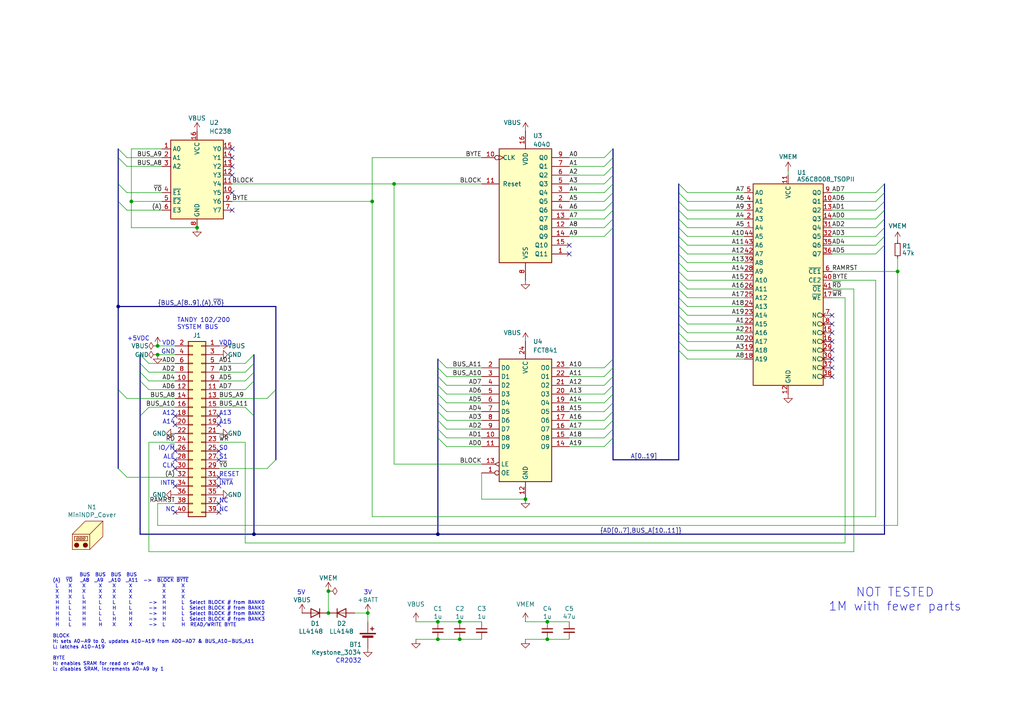
<source format=kicad_sch>
(kicad_sch (version 20231120) (generator "eeschema") (generator_version "8.0")
  (paper "A4")
  (title_block (title "MiniNDP 1M") (date "2024-11-28") (rev "C02") (company "Brian K. White - b.kenyon.w@gmail.com") (comment 1 "github.com/bkw777/NODE_DATAPAC") (comment 2 "Use with RAM100.CO or RAM200.CO") (comment 3 "Work-alike of NODE Systems DATAPAC / RAMPAC"))
  (lib_symbols
    (symbol "000_LOCAL:4040" (pin_names (offset 1.016))
      (property "Reference" "U" (at -7.62 16.51 0))
      (property "Value" "4040" (at -7.62 -19.05 0))
      (symbol "4040_1_0"
        (pin output line (at 12.7 -15.24 180) (length 5.08) (name "Q11") (number "1"))
        (pin input inverted_clock (at -12.7 12.7 0) (length 5.08) (name "CLK") (number "10"))
        (pin input line (at -12.7 5.08 0) (length 5.08) (name "Reset") (number "11"))
        (pin output line (at 12.7 -7.62 180) (length 5.08) (name "Q8") (number "12"))
        (pin output line (at 12.7 -5.08 180) (length 5.08) (name "Q7") (number "13"))
        (pin output line (at 12.7 -10.16 180) (length 5.08) (name "Q9") (number "14"))
        (pin output line (at 12.7 -12.7 180) (length 5.08) (name "Q10") (number "15"))
        (pin power_in line (at 0 20.32 270) (length 5.08) (name "VDD") (number "16"))
        (pin output line (at 12.7 0 180) (length 5.08) (name "Q5") (number "2"))
        (pin output line (at 12.7 2.54 180) (length 5.08) (name "Q4") (number "3"))
        (pin output line (at 12.7 -2.54 180) (length 5.08) (name "Q6") (number "4"))
        (pin output line (at 12.7 5.08 180) (length 5.08) (name "Q3") (number "5"))
        (pin output line (at 12.7 7.62 180) (length 5.08) (name "Q2") (number "6"))
        (pin output line (at 12.7 10.16 180) (length 5.08) (name "Q1") (number "7"))
        (pin power_in line (at 0 -22.86 90) (length 5.08) (name "VSS") (number "8"))
        (pin output line (at 12.7 12.7 180) (length 5.08) (name "Q0") (number "9"))
      )
    )
    (symbol "000_LOCAL:AS6C8008_TSOPII"
      (property "Reference" "U" (at -10.16 23.495 0))
      (property "Value" "AS6C8008_TSOPII" (at 2.54 23.495 0))
      (symbol "AS6C8008_TSOPII_1_0"
        (pin power_in line (at 0 25.4 270) (length 2.54) (name "VCC") (number "11"))
        (pin power_in line (at 0 -38.1 90) (length 2.54) (name "GND") (number "12"))
        (pin passive line (at 0 25.4 270) (length 2.54) hide (name "VCC") (number "33"))
        (pin passive line (at 0 -38.1 90) (length 2.54) hide (name "GND") (number "34"))
      )
      (symbol "AS6C8008_TSOPII_1_1"
        (pin input line (at -12.7 10.16 0) (length 2.54) (name "A4") (number "1"))
        (pin tri_state line (at 12.7 17.78 180) (length 2.54) (name "Q1") (number "10"))
        (pin tri_state line (at 12.7 15.24 180) (length 2.54) (name "Q2") (number "13"))
        (pin tri_state line (at 12.7 12.7 180) (length 2.54) (name "Q3") (number "14"))
        (pin passive non_logic (at 12.7 -20.32 180) (length 2.54) (name "NC") (number "15"))
        (pin passive non_logic (at 12.7 -22.86 180) (length 2.54) (name "NC") (number "16"))
        (pin input line (at 12.7 -10.16 180) (length 2.54) (name "~{WE}") (number "17"))
        (pin input line (at -12.7 -27.94 0) (length 2.54) (name "A19") (number "18"))
        (pin input line (at -12.7 -25.4 0) (length 2.54) (name "A18") (number "19"))
        (pin input line (at -12.7 12.7 0) (length 2.54) (name "A3") (number "2"))
        (pin input line (at -12.7 -22.86 0) (length 2.54) (name "A17") (number "20"))
        (pin input line (at -12.7 -20.32 0) (length 2.54) (name "A16") (number "21"))
        (pin input line (at -12.7 -17.78 0) (length 2.54) (name "A15") (number "22"))
        (pin input line (at -12.7 -15.24 0) (length 2.54) (name "A14") (number "23"))
        (pin input line (at -12.7 -12.7 0) (length 2.54) (name "A13") (number "24"))
        (pin input line (at -12.7 -10.16 0) (length 2.54) (name "A12") (number "25"))
        (pin input line (at -12.7 -7.62 0) (length 2.54) (name "A11") (number "26"))
        (pin input line (at -12.7 -5.08 0) (length 2.54) (name "A10") (number "27"))
        (pin input line (at -12.7 -2.54 0) (length 2.54) (name "A9") (number "28"))
        (pin passive non_logic (at 12.7 -25.4 180) (length 2.54) (name "NC") (number "29"))
        (pin input line (at -12.7 15.24 0) (length 2.54) (name "A2") (number "3"))
        (pin passive non_logic (at 12.7 -27.94 180) (length 2.54) (name "NC") (number "30"))
        (pin tri_state line (at 12.7 10.16 180) (length 2.54) (name "Q4") (number "31"))
        (pin tri_state line (at 12.7 7.62 180) (length 2.54) (name "Q5") (number "32"))
        (pin tri_state line (at 12.7 5.08 180) (length 2.54) (name "Q6") (number "35"))
        (pin tri_state line (at 12.7 2.54 180) (length 2.54) (name "Q7") (number "36"))
        (pin passive non_logic (at 12.7 -30.48 180) (length 2.54) (name "NC") (number "37"))
        (pin passive non_logic (at 12.7 -33.02 180) (length 2.54) (name "NC") (number "38"))
        (pin input line (at -12.7 0 0) (length 2.54) (name "A8") (number "39"))
        (pin input line (at -12.7 17.78 0) (length 2.54) (name "A1") (number "4"))
        (pin input line (at 12.7 -5.08 180) (length 2.54) (name "CE2") (number "40"))
        (pin input line (at 12.7 -7.62 180) (length 2.54) (name "~{OE}") (number "41"))
        (pin input line (at -12.7 2.54 0) (length 2.54) (name "A7") (number "42"))
        (pin input line (at -12.7 5.08 0) (length 2.54) (name "A6") (number "43"))
        (pin input line (at -12.7 7.62 0) (length 2.54) (name "A5") (number "44"))
        (pin input line (at -12.7 20.32 0) (length 2.54) (name "A0") (number "5"))
        (pin input line (at 12.7 -2.54 180) (length 2.54) (name "~{CE1}") (number "6"))
        (pin passive non_logic (at 12.7 -15.24 180) (length 2.54) (name "NC") (number "7"))
        (pin passive non_logic (at 12.7 -17.78 180) (length 2.54) (name "NC") (number "8"))
        (pin tri_state line (at 12.7 20.32 180) (length 2.54) (name "Q0") (number "9"))
      )
    )
    (symbol "000_LOCAL:Battery_Cell" (pin_numbers hide) (pin_names (offset 0) hide)
      (property "Reference" "BT" (at 2.54 2.54 0))
      (property "Value" "Battery_Cell" (at 2.54 0 0))
      (symbol "Battery_Cell_1_1"
        (pin passive line (at 0 5.08 270) (length 2.54) (name "+") (number "1"))
        (pin passive line (at 0 -2.54 90) (length 2.54) (name "-") (number "2"))
      )
    )
    (symbol "000_LOCAL:C" (pin_numbers hide) (pin_names (offset 0.254) hide)
      (property "Reference" "C" (at 0.254 1.778 0))
      (property "Value" "C" (at 0.254 -2.032 0))
      (symbol "C_1_1"
        (pin passive line (at 0 2.54 270) (length 2.032) (name "~") (number "1"))
        (pin passive line (at 0 -2.54 90) (length 2.032) (name "~") (number "2"))
      )
    )
    (symbol "000_LOCAL:Conn_02x20_Odd_Even" (pin_names (offset 1.016) hide)
      (property "Reference" "J" (at 1.27 25.4 0))
      (property "Value" "Conn_02x20_Odd_Even" (at 1.27 -27.94 0))
      (symbol "Conn_02x20_Odd_Even_1_1"
        (pin passive line (at -5.08 22.86 0) (length 3.81) (name "Pin_1") (number "1"))
        (pin passive line (at 7.62 12.7 180) (length 3.81) (name "Pin_10") (number "10"))
        (pin passive line (at -5.08 10.16 0) (length 3.81) (name "Pin_11") (number "11"))
        (pin passive line (at 7.62 10.16 180) (length 3.81) (name "Pin_12") (number "12"))
        (pin passive line (at -5.08 7.62 0) (length 3.81) (name "Pin_13") (number "13"))
        (pin passive line (at 7.62 7.62 180) (length 3.81) (name "Pin_14") (number "14"))
        (pin passive line (at -5.08 5.08 0) (length 3.81) (name "Pin_15") (number "15"))
        (pin passive line (at 7.62 5.08 180) (length 3.81) (name "Pin_16") (number "16"))
        (pin passive line (at -5.08 2.54 0) (length 3.81) (name "Pin_17") (number "17"))
        (pin passive line (at 7.62 2.54 180) (length 3.81) (name "Pin_18") (number "18"))
        (pin passive line (at -5.08 0 0) (length 3.81) (name "Pin_19") (number "19"))
        (pin passive line (at 7.62 22.86 180) (length 3.81) (name "Pin_2") (number "2"))
        (pin passive line (at 7.62 0 180) (length 3.81) (name "Pin_20") (number "20"))
        (pin passive line (at -5.08 -2.54 0) (length 3.81) (name "Pin_21") (number "21"))
        (pin passive line (at 7.62 -2.54 180) (length 3.81) (name "Pin_22") (number "22"))
        (pin passive line (at -5.08 -5.08 0) (length 3.81) (name "Pin_23") (number "23"))
        (pin passive line (at 7.62 -5.08 180) (length 3.81) (name "Pin_24") (number "24"))
        (pin passive line (at -5.08 -7.62 0) (length 3.81) (name "Pin_25") (number "25"))
        (pin passive line (at 7.62 -7.62 180) (length 3.81) (name "Pin_26") (number "26"))
        (pin passive line (at -5.08 -10.16 0) (length 3.81) (name "Pin_27") (number "27"))
        (pin passive line (at 7.62 -10.16 180) (length 3.81) (name "Pin_28") (number "28"))
        (pin passive line (at -5.08 -12.7 0) (length 3.81) (name "Pin_29") (number "29"))
        (pin passive line (at -5.08 20.32 0) (length 3.81) (name "Pin_3") (number "3"))
        (pin passive line (at 7.62 -12.7 180) (length 3.81) (name "Pin_30") (number "30"))
        (pin passive line (at -5.08 -15.24 0) (length 3.81) (name "Pin_31") (number "31"))
        (pin passive line (at 7.62 -15.24 180) (length 3.81) (name "Pin_32") (number "32"))
        (pin passive line (at -5.08 -17.78 0) (length 3.81) (name "Pin_33") (number "33"))
        (pin passive line (at 7.62 -17.78 180) (length 3.81) (name "Pin_34") (number "34"))
        (pin passive line (at -5.08 -20.32 0) (length 3.81) (name "Pin_35") (number "35"))
        (pin passive line (at 7.62 -20.32 180) (length 3.81) (name "Pin_36") (number "36"))
        (pin passive line (at -5.08 -22.86 0) (length 3.81) (name "Pin_37") (number "37"))
        (pin passive line (at 7.62 -22.86 180) (length 3.81) (name "Pin_38") (number "38"))
        (pin passive line (at -5.08 -25.4 0) (length 3.81) (name "Pin_39") (number "39"))
        (pin passive line (at 7.62 20.32 180) (length 3.81) (name "Pin_4") (number "4"))
        (pin passive line (at 7.62 -25.4 180) (length 3.81) (name "Pin_40") (number "40"))
        (pin passive line (at -5.08 17.78 0) (length 3.81) (name "Pin_5") (number "5"))
        (pin passive line (at 7.62 17.78 180) (length 3.81) (name "Pin_6") (number "6"))
        (pin passive line (at -5.08 15.24 0) (length 3.81) (name "Pin_7") (number "7"))
        (pin passive line (at 7.62 15.24 180) (length 3.81) (name "Pin_8") (number "8"))
        (pin passive line (at -5.08 12.7 0) (length 3.81) (name "Pin_9") (number "9"))
      )
    )
    (symbol "000_LOCAL:FCT841"
      (property "Reference" "U" (at -6.604 17.526 0))
      (property "Value" "FCT841" (at 5.334 17.526 0))
      (symbol "FCT841_1_0"
        (pin input inverted (at -12.7 -17.78 0) (length 5.08) (name "OE") (number "1"))
        (pin input line (at -12.7 -7.62 0) (length 5.08) (name "D8") (number "10"))
        (pin input line (at -12.7 -10.16 0) (length 5.08) (name "D9") (number "11"))
        (pin power_in line (at 0 -25.4 90) (length 5.08) (name "GND") (number "12"))
        (pin input edge_clock_high (at -12.7 -15.24 0) (length 5.08) (name "LE") (number "13"))
        (pin tri_state line (at 12.7 -10.16 180) (length 5.08) (name "O9") (number "14"))
        (pin tri_state line (at 12.7 -7.62 180) (length 5.08) (name "O8") (number "15"))
        (pin tri_state line (at 12.7 -5.08 180) (length 5.08) (name "O7") (number "16"))
        (pin tri_state line (at 12.7 -2.54 180) (length 5.08) (name "O6") (number "17"))
        (pin tri_state line (at 12.7 0 180) (length 5.08) (name "O5") (number "18"))
        (pin tri_state line (at 12.7 2.54 180) (length 5.08) (name "O4") (number "19"))
        (pin input line (at -12.7 12.7 0) (length 5.08) (name "D0") (number "2"))
        (pin tri_state line (at 12.7 5.08 180) (length 5.08) (name "O3") (number "20"))
        (pin tri_state line (at 12.7 7.62 180) (length 5.08) (name "O2") (number "21"))
        (pin tri_state line (at 12.7 10.16 180) (length 5.08) (name "O1") (number "22"))
        (pin tri_state line (at 12.7 12.7 180) (length 5.08) (name "O0") (number "23"))
        (pin power_in line (at 0 20.32 270) (length 5.08) (name "VCC") (number "24"))
        (pin input line (at -12.7 10.16 0) (length 5.08) (name "D1") (number "3"))
        (pin input line (at -12.7 7.62 0) (length 5.08) (name "D2") (number "4"))
        (pin input line (at -12.7 5.08 0) (length 5.08) (name "D3") (number "5"))
        (pin input line (at -12.7 2.54 0) (length 5.08) (name "D4") (number "6"))
        (pin input line (at -12.7 0 0) (length 5.08) (name "D5") (number "7"))
        (pin input line (at -12.7 -2.54 0) (length 5.08) (name "D6") (number "8"))
        (pin input line (at -12.7 -5.08 0) (length 5.08) (name "D7") (number "9"))
      )
    )
    (symbol "000_LOCAL:HC238"
      (property "Reference" "U" (at -7.62 13.97 0))
      (property "Value" "HC238" (at 2.54 -11.43 0))
      (symbol "HC238_1_1"
        (pin input line (at -10.16 10.16 0) (length 2.54) (name "A0") (number "1"))
        (pin output line (at 10.16 -2.54 180) (length 2.54) (name "Y5") (number "10"))
        (pin output line (at 10.16 0 180) (length 2.54) (name "Y4") (number "11"))
        (pin output line (at 10.16 2.54 180) (length 2.54) (name "Y3") (number "12"))
        (pin output line (at 10.16 5.08 180) (length 2.54) (name "Y2") (number "13"))
        (pin output line (at 10.16 7.62 180) (length 2.54) (name "Y1") (number "14"))
        (pin output line (at 10.16 10.16 180) (length 2.54) (name "Y0") (number "15"))
        (pin power_in line (at 0 15.24 270) (length 2.54) (name "VCC") (number "16"))
        (pin input line (at -10.16 7.62 0) (length 2.54) (name "A1") (number "2"))
        (pin input line (at -10.16 5.08 0) (length 2.54) (name "A2") (number "3"))
        (pin input line (at -10.16 -2.54 0) (length 2.54) (name "~{E1}") (number "4"))
        (pin input line (at -10.16 -5.08 0) (length 2.54) (name "~{E2}") (number "5"))
        (pin input line (at -10.16 -7.62 0) (length 2.54) (name "E3") (number "6"))
        (pin output line (at 10.16 -7.62 180) (length 2.54) (name "Y7") (number "7"))
        (pin power_in line (at 0 -12.7 90) (length 2.54) (name "GND") (number "8"))
        (pin output line (at 10.16 -5.08 180) (length 2.54) (name "Y6") (number "9"))
      )
    )
    (symbol "000_LOCAL:Housing" (pin_names (offset 1.016)) (exclude_from_sim yes)
      (property "Reference" "N" (at 3.81 0 0))
      (property "Value" "Housing" (at 3.81 -1.905 0))
    )
    (symbol "000_LOCAL:LL4148" (pin_numbers hide) (pin_names hide)
      (property "Reference" "D" (at 0 2.54 0))
      (property "Value" "LL4148" (at 0 -2.54 0))
      (symbol "LL4148_1_1"
        (pin passive line (at -3.81 0 0) (length 2.54) (name "K") (number "1"))
        (pin passive line (at 3.81 0 180) (length 2.54) (name "A") (number "2"))
      )
    )
    (symbol "000_LOCAL:R" (pin_numbers hide) (pin_names (offset 0.254) hide)
      (property "Reference" "R" (at 0.762 0.508 0))
      (property "Value" "R_Small" (at 0.762 -1.016 0))
      (symbol "R_1_1"
        (pin passive line (at 0 2.54 270) (length 0.762) (name "~") (number "1"))
        (pin passive line (at 0 -2.54 90) (length 0.762) (name "~") (number "2"))
      )
    )
    (symbol "power:+BATT" (power) (pin_numbers hide) (pin_names (offset 0) hide)
      (property "Value" "+BATT" (at 0 3.556 0))
      (symbol "+BATT_1_1"
        (pin power_in line (at 0 0 90) (length 0) (name "~") (number "1"))
      )
    )
    (symbol "power:GND" (power) (pin_numbers hide) (pin_names (offset 0) hide)
      (property "Value" "GND" (at 0 -3.81 0))
      (symbol "GND_1_1"
        (pin power_in line (at 0 0 270) (length 0) (name "~") (number "1"))
      )
    )
    (symbol "power:PWR_FLAG" (power) (pin_numbers hide) (pin_names (offset 0) hide)
      (property "Value" "PWR_FLAG" (at 0 3.81 0))
      (symbol "PWR_FLAG_0_0"
        (pin power_out line (at 0 0 90) (length 0) (name "~") (number "1"))
      )
    )
    (symbol "power:VBUS" (power) (pin_numbers hide) (pin_names (offset 0) hide)
      (property "Value" "VBUS" (at 0 3.556 0))
      (symbol "VBUS_1_1"
        (pin power_in line (at 0 0 90) (length 0) (name "~") (number "1"))
      )
    )
    (symbol "power:VMEM" (power) (pin_numbers hide) (pin_names (offset 0) hide)
      (property "Value" "VMEM" (at 0 3.556 0))
      (symbol "VMEM_1_1"
        (pin power_in line (at 0 0 90) (length 0) (name "~") (number "1"))
      )
    )
  )
  (junction (at 127 180.34))
  (junction (at 38.1 58.42))
  (junction (at 45.72 100.33))
  (junction (at 114.3 53.34))
  (junction (at 45.72 102.87))
  (junction (at 73.66 154.94))
  (junction (at 152.4 144.78))
  (junction (at 133.35 180.34))
  (junction (at 95.25 171.45))
  (junction (at 158.75 185.42))
  (junction (at 127 185.42))
  (junction (at 57.15 66.04))
  (junction (at 106.68 177.8))
  (junction (at 260.35 78.74))
  (junction (at 95.25 177.8))
  (junction (at 34.29 88.9))
  (junction (at 158.75 180.34))
  (junction (at 133.35 185.42))
  (junction (at 127 154.94))
  (junction (at 107.95 58.42))
  (no_connect (at 63.5 138.43))
  (no_connect (at 67.31 50.8))
  (no_connect (at 63.5 123.19))
  (no_connect (at 241.3 91.44))
  (no_connect (at 241.3 109.22))
  (no_connect (at 50.8 148.59))
  (no_connect (at 63.5 130.81))
  (no_connect (at 241.3 101.6))
  (no_connect (at 63.5 148.59))
  (no_connect (at 67.31 60.96))
  (no_connect (at 241.3 106.68))
  (no_connect (at 241.3 104.14))
  (no_connect (at 50.8 130.81))
  (no_connect (at 165.1 73.66))
  (no_connect (at 50.8 120.65))
  (no_connect (at 67.31 55.88))
  (no_connect (at 50.8 123.19))
  (no_connect (at 67.31 43.18))
  (no_connect (at 50.8 140.97))
  (no_connect (at 67.31 45.72))
  (no_connect (at 241.3 93.98))
  (no_connect (at 165.1 71.12))
  (no_connect (at 50.8 133.35))
  (no_connect (at 50.8 135.89))
  (no_connect (at 63.5 146.05))
  (no_connect (at 241.3 99.06))
  (no_connect (at 63.5 120.65))
  (no_connect (at 63.5 133.35))
  (no_connect (at 63.5 140.97))
  (no_connect (at 67.31 48.26))
  (no_connect (at 241.3 96.52))
  (bus_entry (at 175.26 68.58) (size 2.54 -2.54))
  (bus_entry (at 254 58.42) (size 2.54 -2.54))
  (bus_entry (at 43.18 110.49) (size -2.54 -2.54))
  (bus_entry (at 127 124.46) (size 2.54 2.54))
  (bus_entry (at 175.26 45.72) (size 2.54 -2.54))
  (bus_entry (at 199.39 66.04) (size -2.54 -2.54))
  (bus_entry (at 175.26 129.54) (size 2.54 -2.54))
  (bus_entry (at 40.64 120.65) (size 2.54 -2.54))
  (bus_entry (at 175.26 116.84) (size 2.54 -2.54))
  (bus_entry (at 127 127) (size 2.54 2.54))
  (bus_entry (at 199.39 68.58) (size -2.54 -2.54))
  (bus_entry (at 199.39 78.74) (size -2.54 -2.54))
  (bus_entry (at 175.26 119.38) (size 2.54 -2.54))
  (bus_entry (at 127 119.38) (size 2.54 2.54))
  (bus_entry (at 34.29 53.34) (size 2.54 2.54))
  (bus_entry (at 43.18 113.03) (size -2.54 -2.54))
  (bus_entry (at 199.39 91.44) (size -2.54 -2.54))
  (bus_entry (at 43.18 105.41) (size -2.54 -2.54))
  (bus_entry (at 34.29 43.18) (size 2.54 2.54))
  (bus_entry (at 199.39 73.66) (size -2.54 -2.54))
  (bus_entry (at 199.39 71.12) (size -2.54 -2.54))
  (bus_entry (at 199.39 63.5) (size -2.54 -2.54))
  (bus_entry (at 175.26 53.34) (size 2.54 -2.54))
  (bus_entry (at 199.39 76.2) (size -2.54 -2.54))
  (bus_entry (at 199.39 83.82) (size -2.54 -2.54))
  (bus_entry (at 71.12 105.41) (size 2.54 -2.54))
  (bus_entry (at 80.01 133.35) (size -2.54 2.54))
  (bus_entry (at 175.26 111.76) (size 2.54 -2.54))
  (bus_entry (at 199.39 99.06) (size -2.54 -2.54))
  (bus_entry (at 254 66.04) (size 2.54 -2.54))
  (bus_entry (at 175.26 121.92) (size 2.54 -2.54))
  (bus_entry (at 199.39 58.42) (size -2.54 -2.54))
  (bus_entry (at 80.01 113.03) (size -2.54 2.54))
  (bus_entry (at 254 68.58) (size 2.54 -2.54))
  (bus_entry (at 127 121.92) (size 2.54 2.54))
  (bus_entry (at 199.39 96.52) (size -2.54 -2.54))
  (bus_entry (at 34.29 45.72) (size 2.54 2.54))
  (bus_entry (at 175.26 50.8) (size 2.54 -2.54))
  (bus_entry (at 34.29 58.42) (size 2.54 2.54))
  (bus_entry (at 199.39 81.28) (size -2.54 -2.54))
  (bus_entry (at 254 73.66) (size 2.54 -2.54))
  (bus_entry (at 254 71.12) (size 2.54 -2.54))
  (bus_entry (at 43.18 107.95) (size -2.54 -2.54))
  (bus_entry (at 71.12 113.03) (size 2.54 -2.54))
  (bus_entry (at 175.26 60.96) (size 2.54 -2.54))
  (bus_entry (at 175.26 66.04) (size 2.54 -2.54))
  (bus_entry (at 127 106.68) (size 2.54 2.54))
  (bus_entry (at 175.26 109.22) (size 2.54 -2.54))
  (bus_entry (at 199.39 86.36) (size -2.54 -2.54))
  (bus_entry (at 254 60.96) (size 2.54 -2.54))
  (bus_entry (at 127 116.84) (size 2.54 2.54))
  (bus_entry (at 175.26 63.5) (size 2.54 -2.54))
  (bus_entry (at 254 55.88) (size 2.54 -2.54))
  (bus_entry (at 199.39 93.98) (size -2.54 -2.54))
  (bus_entry (at 199.39 104.14) (size -2.54 -2.54))
  (bus_entry (at 175.26 106.68) (size 2.54 -2.54))
  (bus_entry (at 199.39 88.9) (size -2.54 -2.54))
  (bus_entry (at 175.26 58.42) (size 2.54 -2.54))
  (bus_entry (at 175.26 48.26) (size 2.54 -2.54))
  (bus_entry (at 254 63.5) (size 2.54 -2.54))
  (bus_entry (at 34.29 113.03) (size 2.54 2.54))
  (bus_entry (at 127 114.3) (size 2.54 2.54))
  (bus_entry (at 199.39 101.6) (size -2.54 -2.54))
  (bus_entry (at 127 104.14) (size 2.54 2.54))
  (bus_entry (at 73.66 120.65) (size -2.54 -2.54))
  (bus_entry (at 175.26 114.3) (size 2.54 -2.54))
  (bus_entry (at 199.39 55.88) (size -2.54 -2.54))
  (bus_entry (at 71.12 107.95) (size 2.54 -2.54))
  (bus_entry (at 175.26 127) (size 2.54 -2.54))
  (bus_entry (at 127 109.22) (size 2.54 2.54))
  (bus_entry (at 127 111.76) (size 2.54 2.54))
  (bus_entry (at 199.39 60.96) (size -2.54 -2.54))
  (bus_entry (at 175.26 124.46) (size 2.54 -2.54))
  (bus_entry (at 36.83 138.43) (size -2.54 -2.54))
  (bus_entry (at 175.26 55.88) (size 2.54 -2.54))
  (bus_entry (at 71.12 110.49) (size 2.54 -2.54))
  (wire (pts (xy 254 81.28) (xy 254 149.86)))
  (bus (pts (xy 127 119.38) (xy 127 121.92)))
  (wire (pts (xy 129.54 106.68) (xy 139.7 106.68)))
  (bus (pts (xy 196.85 88.9) (xy 196.85 91.44)))
  (wire (pts (xy 107.95 149.86) (xy 254 149.86)))
  (wire (pts (xy 107.95 45.72) (xy 107.95 58.42)))
  (wire (pts (xy 107.95 45.72) (xy 139.7 45.72)))
  (wire (pts (xy 45.72 146.05) (xy 45.72 152.4)))
  (wire (pts (xy 199.39 76.2) (xy 215.9 76.2)))
  (wire (pts (xy 241.3 73.66) (xy 254 73.66)))
  (wire (pts (xy 165.1 66.04) (xy 175.26 66.04)))
  (bus (pts (xy 196.85 99.06) (xy 196.85 96.52)))
  (wire (pts (xy 114.3 134.62) (xy 139.7 134.62)))
  (wire (pts (xy 129.54 121.92) (xy 139.7 121.92)))
  (wire (pts (xy 139.7 137.16) (xy 139.7 144.78)))
  (wire (pts (xy 199.39 60.96) (xy 215.9 60.96)))
  (wire (pts (xy 165.1 114.3) (xy 175.26 114.3)))
  (bus (pts (xy 196.85 73.66) (xy 196.85 76.2)))
  (bus (pts (xy 196.85 133.35) (xy 196.85 101.6)))
  (wire (pts (xy 36.83 55.88) (xy 46.99 55.88)))
  (wire (pts (xy 43.18 113.03) (xy 50.8 113.03)))
  (bus (pts (xy 80.01 88.9) (xy 80.01 113.03)))
  (wire (pts (xy 260.35 74.93) (xy 260.35 78.74)))
  (wire (pts (xy 36.83 115.57) (xy 50.8 115.57)))
  (bus (pts (xy 196.85 55.88) (xy 196.85 58.42)))
  (wire (pts (xy 114.3 53.34) (xy 114.3 134.62)))
  (bus (pts (xy 177.8 121.92) (xy 177.8 124.46)))
  (bus (pts (xy 40.64 105.41) (xy 40.64 107.95)))
  (wire (pts (xy 106.68 180.34) (xy 106.68 177.8)))
  (bus (pts (xy 177.8 43.18) (xy 177.8 45.72)))
  (wire (pts (xy 199.39 81.28) (xy 215.9 81.28)))
  (wire (pts (xy 38.1 58.42) (xy 38.1 66.04)))
  (wire (pts (xy 67.31 58.42) (xy 107.95 58.42)))
  (wire (pts (xy 38.1 43.18) (xy 38.1 58.42)))
  (wire (pts (xy 43.18 105.41) (xy 50.8 105.41)))
  (wire (pts (xy 129.54 129.54) (xy 139.7 129.54)))
  (bus (pts (xy 177.8 133.35) (xy 196.85 133.35)))
  (wire (pts (xy 63.5 115.57) (xy 77.47 115.57)))
  (bus (pts (xy 177.8 50.8) (xy 177.8 53.34)))
  (bus (pts (xy 256.54 63.5) (xy 256.54 66.04)))
  (wire (pts (xy 241.3 68.58) (xy 254 68.58)))
  (bus (pts (xy 177.8 114.3) (xy 177.8 116.84)))
  (wire (pts (xy 106.68 177.8) (xy 102.87 177.8)))
  (wire (pts (xy 165.1 127) (xy 175.26 127)))
  (wire (pts (xy 199.39 71.12) (xy 215.9 71.12)))
  (bus (pts (xy 196.85 53.34) (xy 196.85 55.88)))
  (wire (pts (xy 165.1 106.68) (xy 175.26 106.68)))
  (bus (pts (xy 73.66 120.65) (xy 73.66 154.94)))
  (bus (pts (xy 73.66 154.94) (xy 127 154.94)))
  (wire (pts (xy 199.39 58.42) (xy 215.9 58.42)))
  (wire (pts (xy 152.4 185.42) (xy 158.75 185.42)))
  (wire (pts (xy 165.1 124.46) (xy 175.26 124.46)))
  (bus (pts (xy 196.85 71.12) (xy 196.85 73.66)))
  (wire (pts (xy 165.1 116.84) (xy 175.26 116.84)))
  (wire (pts (xy 199.39 83.82) (xy 215.9 83.82)))
  (wire (pts (xy 133.35 185.42) (xy 139.7 185.42)))
  (bus (pts (xy 196.85 68.58) (xy 196.85 71.12)))
  (wire (pts (xy 199.39 93.98) (xy 215.9 93.98)))
  (wire (pts (xy 45.72 100.33) (xy 50.8 100.33)))
  (wire (pts (xy 245.11 86.36) (xy 245.11 157.48)))
  (wire (pts (xy 71.12 128.27) (xy 71.12 157.48)))
  (bus (pts (xy 40.64 120.65) (xy 40.64 154.94)))
  (wire (pts (xy 199.39 63.5) (xy 215.9 63.5)))
  (bus (pts (xy 196.85 63.5) (xy 196.85 66.04)))
  (wire (pts (xy 129.54 119.38) (xy 139.7 119.38)))
  (bus (pts (xy 256.54 66.04) (xy 256.54 68.58)))
  (wire (pts (xy 241.3 63.5) (xy 254 63.5)))
  (bus (pts (xy 196.85 76.2) (xy 196.85 78.74)))
  (wire (pts (xy 63.5 105.41) (xy 71.12 105.41)))
  (wire (pts (xy 165.1 68.58) (xy 175.26 68.58)))
  (wire (pts (xy 43.18 110.49) (xy 50.8 110.49)))
  (bus (pts (xy 34.29 113.03) (xy 34.29 135.89)))
  (bus (pts (xy 177.8 111.76) (xy 177.8 114.3)))
  (bus (pts (xy 256.54 58.42) (xy 256.54 60.96)))
  (bus (pts (xy 177.8 106.68) (xy 177.8 109.22)))
  (bus (pts (xy 177.8 116.84) (xy 177.8 119.38)))
  (wire (pts (xy 165.1 119.38) (xy 175.26 119.38)))
  (wire (pts (xy 199.39 91.44) (xy 215.9 91.44)))
  (bus (pts (xy 127 116.84) (xy 127 119.38)))
  (wire (pts (xy 260.35 78.74) (xy 260.35 152.4)))
  (wire (pts (xy 165.1 58.42) (xy 175.26 58.42)))
  (wire (pts (xy 165.1 45.72) (xy 175.26 45.72)))
  (bus (pts (xy 177.8 109.22) (xy 177.8 111.76)))
  (bus (pts (xy 80.01 113.03) (xy 80.01 133.35)))
  (wire (pts (xy 165.1 129.54) (xy 175.26 129.54)))
  (bus (pts (xy 127 154.94) (xy 256.54 154.94)))
  (wire (pts (xy 241.3 86.36) (xy 245.11 86.36)))
  (wire (pts (xy 127 180.34) (xy 133.35 180.34)))
  (wire (pts (xy 129.54 109.22) (xy 139.7 109.22)))
  (bus (pts (xy 40.64 110.49) (xy 40.64 120.65)))
  (bus (pts (xy 177.8 60.96) (xy 177.8 63.5)))
  (bus (pts (xy 177.8 58.42) (xy 177.8 60.96)))
  (wire (pts (xy 133.35 180.34) (xy 139.7 180.34)))
  (wire (pts (xy 63.5 128.27) (xy 71.12 128.27)))
  (bus (pts (xy 177.8 127) (xy 177.8 133.35)))
  (bus (pts (xy 177.8 55.88) (xy 177.8 58.42)))
  (wire (pts (xy 129.54 127) (xy 139.7 127)))
  (wire (pts (xy 199.39 55.88) (xy 215.9 55.88)))
  (wire (pts (xy 165.1 109.22) (xy 175.26 109.22)))
  (wire (pts (xy 45.72 102.87) (xy 50.8 102.87)))
  (bus (pts (xy 177.8 53.34) (xy 177.8 55.88)))
  (bus (pts (xy 127 104.14) (xy 127 106.68)))
  (bus (pts (xy 177.8 63.5) (xy 177.8 66.04)))
  (bus (pts (xy 256.54 55.88) (xy 256.54 58.42)))
  (wire (pts (xy 67.31 53.34) (xy 114.3 53.34)))
  (bus (pts (xy 34.29 45.72) (xy 34.29 53.34)))
  (bus (pts (xy 127 127) (xy 127 154.94)))
  (bus (pts (xy 256.54 68.58) (xy 256.54 71.12)))
  (bus (pts (xy 196.85 66.04) (xy 196.85 68.58)))
  (bus (pts (xy 73.66 105.41) (xy 73.66 107.95)))
  (bus (pts (xy 196.85 58.42) (xy 196.85 60.96)))
  (bus (pts (xy 256.54 53.34) (xy 256.54 55.88)))
  (bus (pts (xy 196.85 78.74) (xy 196.85 81.28)))
  (bus (pts (xy 73.66 107.95) (xy 73.66 110.49)))
  (wire (pts (xy 241.3 66.04) (xy 254 66.04)))
  (wire (pts (xy 165.1 50.8) (xy 175.26 50.8)))
  (bus (pts (xy 196.85 91.44) (xy 196.85 93.98)))
  (wire (pts (xy 127 185.42) (xy 133.35 185.42)))
  (wire (pts (xy 129.54 114.3) (xy 139.7 114.3)))
  (wire (pts (xy 199.39 78.74) (xy 215.9 78.74)))
  (bus (pts (xy 196.85 83.82) (xy 196.85 86.36)))
  (bus (pts (xy 127 111.76) (xy 127 114.3)))
  (wire (pts (xy 228.6 49.53) (xy 228.6 50.8)))
  (wire (pts (xy 107.95 58.42) (xy 107.95 149.86)))
  (bus (pts (xy 40.64 107.95) (xy 40.64 110.49)))
  (wire (pts (xy 165.1 55.88) (xy 175.26 55.88)))
  (bus (pts (xy 256.54 71.12) (xy 256.54 154.94)))
  (wire (pts (xy 38.1 66.04) (xy 57.15 66.04)))
  (wire (pts (xy 63.5 107.95) (xy 71.12 107.95)))
  (bus (pts (xy 177.8 124.46) (xy 177.8 127)))
  (wire (pts (xy 241.3 55.88) (xy 254 55.88)))
  (wire (pts (xy 165.1 53.34) (xy 175.26 53.34)))
  (wire (pts (xy 165.1 121.92) (xy 175.26 121.92)))
  (wire (pts (xy 199.39 66.04) (xy 215.9 66.04)))
  (wire (pts (xy 120.65 185.42) (xy 127 185.42)))
  (wire (pts (xy 199.39 73.66) (xy 215.9 73.66)))
  (bus (pts (xy 34.29 43.18) (xy 34.29 45.72)))
  (bus (pts (xy 256.54 60.96) (xy 256.54 63.5)))
  (wire (pts (xy 241.3 71.12) (xy 254 71.12)))
  (bus (pts (xy 177.8 48.26) (xy 177.8 50.8)))
  (bus (pts (xy 73.66 102.87) (xy 73.66 105.41)))
  (wire (pts (xy 241.3 60.96) (xy 254 60.96)))
  (wire (pts (xy 129.54 116.84) (xy 139.7 116.84)))
  (bus (pts (xy 196.85 93.98) (xy 196.85 96.52)))
  (wire (pts (xy 199.39 101.6) (xy 215.9 101.6)))
  (wire (pts (xy 241.3 58.42) (xy 254 58.42)))
  (bus (pts (xy 127 121.92) (xy 127 124.46)))
  (bus (pts (xy 127 109.22) (xy 127 111.76)))
  (wire (pts (xy 199.39 96.52) (xy 215.9 96.52)))
  (wire (pts (xy 43.18 128.27) (xy 43.18 160.02)))
  (wire (pts (xy 43.18 107.95) (xy 50.8 107.95)))
  (bus (pts (xy 177.8 104.14) (xy 177.8 106.68)))
  (wire (pts (xy 95.25 171.45) (xy 95.25 177.8)))
  (wire (pts (xy 63.5 113.03) (xy 71.12 113.03)))
  (bus (pts (xy 177.8 45.72) (xy 177.8 48.26)))
  (bus (pts (xy 34.29 88.9) (xy 34.29 113.03)))
  (wire (pts (xy 38.1 43.18) (xy 46.99 43.18)))
  (wire (pts (xy 63.5 118.11) (xy 71.12 118.11)))
  (wire (pts (xy 50.8 128.27) (xy 43.18 128.27)))
  (wire (pts (xy 158.75 185.42) (xy 165.1 185.42)))
  (wire (pts (xy 245.11 157.48) (xy 71.12 157.48)))
  (wire (pts (xy 63.5 110.49) (xy 71.12 110.49)))
  (wire (pts (xy 36.83 48.26) (xy 46.99 48.26)))
  (wire (pts (xy 199.39 104.14) (xy 215.9 104.14)))
  (bus (pts (xy 196.85 86.36) (xy 196.85 88.9)))
  (bus (pts (xy 34.29 88.9) (xy 80.01 88.9)))
  (wire (pts (xy 63.5 135.89) (xy 77.47 135.89)))
  (wire (pts (xy 38.1 58.42) (xy 46.99 58.42)))
  (wire (pts (xy 129.54 111.76) (xy 139.7 111.76)))
  (wire (pts (xy 120.65 180.34) (xy 127 180.34)))
  (wire (pts (xy 158.75 180.34) (xy 165.1 180.34)))
  (wire (pts (xy 199.39 99.06) (xy 215.9 99.06)))
  (bus (pts (xy 73.66 110.49) (xy 73.66 120.65)))
  (wire (pts (xy 45.72 146.05) (xy 50.8 146.05)))
  (bus (pts (xy 34.29 53.34) (xy 34.29 58.42)))
  (bus (pts (xy 177.8 66.04) (xy 177.8 104.14)))
  (wire (pts (xy 139.7 144.78) (xy 152.4 144.78)))
  (bus (pts (xy 127 114.3) (xy 127 116.84)))
  (wire (pts (xy 114.3 53.34) (xy 139.7 53.34)))
  (wire (pts (xy 43.18 118.11) (xy 50.8 118.11)))
  (wire (pts (xy 199.39 68.58) (xy 215.9 68.58)))
  (wire (pts (xy 241.3 78.74) (xy 260.35 78.74)))
  (bus (pts (xy 196.85 101.6) (xy 196.85 99.06)))
  (wire (pts (xy 165.1 48.26) (xy 175.26 48.26)))
  (bus (pts (xy 196.85 81.28) (xy 196.85 83.82)))
  (wire (pts (xy 241.3 83.82) (xy 247.65 83.82)))
  (bus (pts (xy 34.29 58.42) (xy 34.29 88.9)))
  (bus (pts (xy 196.85 60.96) (xy 196.85 63.5)))
  (wire (pts (xy 36.83 60.96) (xy 46.99 60.96)))
  (wire (pts (xy 241.3 81.28) (xy 254 81.28)))
  (wire (pts (xy 129.54 124.46) (xy 139.7 124.46)))
  (wire (pts (xy 247.65 160.02) (xy 247.65 83.82)))
  (wire (pts (xy 36.83 138.43) (xy 50.8 138.43)))
  (bus (pts (xy 40.64 102.87) (xy 40.64 105.41)))
  (wire (pts (xy 199.39 86.36) (xy 215.9 86.36)))
  (wire (pts (xy 165.1 63.5) (xy 175.26 63.5)))
  (wire (pts (xy 36.83 45.72) (xy 46.99 45.72)))
  (bus (pts (xy 127 124.46) (xy 127 127)))
  (wire (pts (xy 165.1 111.76) (xy 175.26 111.76)))
  (wire (pts (xy 165.1 60.96) (xy 175.26 60.96)))
  (wire (pts (xy 45.72 152.4) (xy 260.35 152.4)))
  (wire (pts (xy 152.4 180.34) (xy 158.75 180.34)))
  (wire (pts (xy 199.39 88.9) (xy 215.9 88.9)))
  (bus (pts (xy 127 106.68) (xy 127 109.22)))
  (bus (pts (xy 40.64 154.94) (xy 73.66 154.94)))
  (bus (pts (xy 177.8 119.38) (xy 177.8 121.92)))
  (wire (pts (xy 43.18 160.02) (xy 247.65 160.02)))
  (text "TANDY 102/200\nSYSTEM BUS" (at 51.308 95.758 0) (effects (font (size 1.27 1.27)) (justify left bottom)))
  (text "+5VDC" (at 36.83 99.06 0) (effects (font (size 1.27 1.27)) (justify left bottom)))
  (text "A15" (at 63.5 123.19 0) (effects (font (size 1.27 1.27)) (justify left bottom)))
  (text "CR2032" (at 101.092 191.77 0) (effects (font (size 1.27 1.27))))
  (text "INTR" (at 50.8 140.97 0) (effects (font (size 1.27 1.27)) (justify right bottom)))
  (text "A14" (at 50.8 123.19 0) (effects (font (size 1.27 1.27)) (justify right bottom)))
  (text "ALE" (at 50.8 133.35 0) (effects (font (size 1.27 1.27)) (justify right bottom)))
  (text "S1" (at 63.5 133.35 0) (effects (font (size 1.27 1.27)) (justify left bottom)))
  (text "NC" (at 63.5 148.59 0) (effects (font (size 1.27 1.27)) (justify left bottom)))
  (text "NC" (at 63.5 146.05 0) (effects (font (size 1.27 1.27)) (justify left bottom)))
  (text "~{INTA}" (at 63.5 140.97 0) (effects (font (size 1.27 1.27)) (justify left bottom)))
  (text "CLK" (at 50.8 135.89 0) (effects (font (size 1.27 1.27)) (justify right bottom)))
  (text "GND" (at 50.8 102.87 0) (effects (font (size 1.27 1.27)) (justify right bottom)))
  (text "IO/~{M}" (at 50.8 130.81 0) (effects (font (size 1.27 1.27)) (justify right bottom)))
  (text "VDD" (at 50.8 100.33 0) (effects (font (size 1.27 1.27)) (justify right bottom)))
  (text "		BUS  BUS  BUS  BUS\n(A)	~{YO}   _A8  _A9  _A10  _A11  ->  ~{BLOCK} ~{BYTE}\n L	 X	 X	  X	  X	   X		X	  X\n X	 H	 X	  X	  X	   X		X	  X\n X	 X	 L	  X	  X	   X		X	  X\n H	 L	 H	  L	  L	   L	->  H	  L  Select BLOCK # from BANK0\n H	 L	 H	  L	  H	   L	->  H	  L  Select BLOCK # from BANK1\n H	 L	 H	  L	  L	   H	->  H	  L  Select BLOCK # from BANK2\n H	 L	 H	  L	  H	   H	->  H	  L  Select BLOCK # from BANK3\n H	 L	 H	  H	  X	   X	->  L	  H  READ/WRITE BYTE\n\nBLOCK\nH: sets A0-A9 to 0, updates A10-A19 from AD0-AD7 & BUS_A10-BUS_A11\nL: latches A10-A19\n\nBYTE\nH: enables SRAM for read or write\nL: disables SRAM, increments A0-A9 by 1\n" (at 15.24 194.818 0) (effects (font (size 1 1)) (justify left bottom)))
  (text "3V" (at 106.68 171.958 0) (effects (font (size 1.27 1.27))))
  (text "S0" (at 63.5 130.81 0) (effects (font (size 1.27 1.27)) (justify left bottom)))
  (text "RESET" (at 63.5 138.43 0) (effects (font (size 1.27 1.27)) (justify left bottom)))
  (text "NC" (at 50.8 148.59 0) (effects (font (size 1.27 1.27)) (justify right bottom)))
  (text "VDD" (at 63.5 100.33 0) (effects (font (size 1.27 1.27)) (justify left bottom)))
  (text "5V" (at 87.376 171.958 0) (effects (font (size 1.27 1.27))))
  (text "A13" (at 63.5 120.65 0) (effects (font (size 1.27 1.27)) (justify left bottom)))
  (text "A12" (at 50.8 120.65 0) (effects (font (size 1.27 1.27)) (justify right bottom)))
  (text "NOT TESTED\n1M with fewer parts" (at 259.588 173.99 0) (effects (font (size 2.54 2.54))))
  (label "BUS_A8" (at 50.8 115.57 180))
  (label "~{RD}" (at 241.3 83.82 0))
  (label "A17" (at 165.1 124.46 0))
  (label "BUS_A11" (at 139.7 106.68 180))
  (label "AD3" (at 63.5 107.95 0))
  (label "A5" (at 165.1 58.42 0))
  (label "A1" (at 215.9 93.98 180))
  (label "A7" (at 215.9 55.88 180))
  (label "A2" (at 165.1 50.8 0))
  (label "AD5" (at 139.7 116.84 180))
  (label "A13" (at 215.9 76.2 180))
  (label "AD0" (at 241.3 63.5 0))
  (label "A1" (at 165.1 48.26 0))
  (label "A16" (at 215.9 83.82 180))
  (label "A11" (at 165.1 109.22 0))
  (label "AD6" (at 139.7 114.3 180))
  (label "~{Y0}" (at 46.99 55.88 180))
  (label "AD1" (at 63.5 105.41 0))
  (label "A6" (at 165.1 60.96 0))
  (label "A7" (at 165.1 63.5 0))
  (label "{AD[0..7],BUS_A[10..11]}" (at 173.99 154.94 0))
  (label "A9" (at 165.1 68.58 0))
  (label "AD5" (at 241.3 73.66 0))
  (label "A10" (at 165.1 106.68 0))
  (label "RAMRST" (at 50.8 146.05 180))
  (label "AD7" (at 63.5 113.03 0))
  (label "A0" (at 165.1 45.72 0))
  (label "AD2" (at 50.8 107.95 180))
  (label "~{Y0}" (at 63.5 135.89 0))
  (label "AD1" (at 241.3 60.96 0))
  (label "A12" (at 165.1 111.76 0))
  (label "A17" (at 215.9 86.36 180))
  (label "AD0" (at 139.7 129.54 180))
  (label "A3" (at 215.9 101.6 180))
  (label "A[0..19]" (at 182.88 133.35 0))
  (label "A8" (at 215.9 104.14 180))
  (label "(A)" (at 46.99 60.96 180))
  (label "A18" (at 215.9 88.9 180))
  (label "A18" (at 165.1 127 0))
  (label "RAMRST" (at 241.3 78.74 0))
  (label "AD6" (at 50.8 113.03 180))
  (label "A2" (at 215.9 96.52 180))
  (label "A15" (at 215.9 81.28 180))
  (label "BLOCK" (at 67.31 53.34 0))
  (label "A6" (at 215.9 58.42 180))
  (label "BUS_A11" (at 63.5 118.11 0))
  (label "A9" (at 215.9 60.96 180))
  (label "BYTE" (at 241.3 81.28 0))
  (label "AD4" (at 139.7 119.38 180))
  (label "AD7" (at 241.3 55.88 0))
  (label "AD4" (at 241.3 71.12 0))
  (label "AD2" (at 139.7 124.46 180))
  (label "A15" (at 165.1 119.38 0))
  (label "A13" (at 165.1 114.3 0))
  (label "BUS_A10" (at 139.7 109.22 180))
  (label "A8" (at 165.1 66.04 0))
  (label "BUS_A10" (at 50.8 118.11 180))
  (label "AD0" (at 50.8 105.41 180))
  (label "~{WR}" (at 241.3 86.36 0))
  (label "BYTE" (at 139.7 45.72 180))
  (label "A16" (at 165.1 121.92 0))
  (label "A4" (at 165.1 55.88 0))
  (label "AD3" (at 241.3 68.58 0))
  (label "{BUS_A[8..9],(A),~{Y0}}" (at 45.72 88.9 0))
  (label "A3" (at 165.1 53.34 0))
  (label "BUS_A9" (at 46.99 45.72 180))
  (label "AD4" (at 50.8 110.49 180))
  (label "A11" (at 215.9 71.12 180))
  (label "A12" (at 215.9 73.66 180))
  (label "A0" (at 215.9 99.06 180))
  (label "BLOCK" (at 139.7 134.62 180))
  (label "A14" (at 165.1 116.84 0))
  (label "A5" (at 215.9 66.04 180))
  (label "BUS_A8" (at 46.99 48.26 180))
  (label "AD2" (at 241.3 66.04 0))
  (label "AD7" (at 139.7 111.76 180))
  (label "A14" (at 215.9 78.74 180))
  (label "AD1" (at 139.7 127 180))
  (label "A19" (at 165.1 129.54 0))
  (label "A19" (at 215.9 91.44 180))
  (label "~{WR}" (at 63.5 128.27 0))
  (label "(A)" (at 50.8 138.43 180))
  (label "A10" (at 215.9 68.58 180))
  (label "BUS_A9" (at 63.5 115.57 0))
  (label "BLOCK" (at 139.7 53.34 180))
  (label "AD6" (at 241.3 58.42 0))
  (label "~{RD}" (at 50.8 128.27 180))
  (label "AD5" (at 63.5 110.49 0))
  (label "BYTE" (at 67.31 58.42 0))
  (label "A4" (at 215.9 63.5 180))
  (label "AD3" (at 139.7 121.92 180))
  (symbol (lib_id "000_LOCAL:AS6C8008_TSOPII") (at 228.6 76.2 0) (unit 1)
    (property "Reference" "U1" (at 231.14 50.038 0) (effects (justify left)))
    (property "Value" "AS6C8008_TSOPII" (at 231.14 52.705 0) (effects (justify left bottom)))
    (property "Footprint" "000_LOCAL:TSOP-II-44" (effects (hide yes)))
    (property "Datasheet" "datasheets/AS6C8008.pdf" (effects (hide yes)))
    (property "Description" "IC SRAM 1Mx8 PARALLEL 5v TSOP-II-44" (effects (hide yes)))
    (property "MPN" "AS6C8008-55ZIN" (effects (hide yes)))
  )
  (symbol (lib_id "000_LOCAL:LL4148") (at 99.06 177.8 0) (unit 1)
    (property "Reference" "D2" (at 99.06 180.848 0))
    (property "Value" "LL4148" (at 99.06 183.134 0))
    (property "Footprint" "000_LOCAL:D_MiniMELF" (effects (hide yes)))
    (property "Datasheet" "datasheets/ll4148.pdf" (effects (hide yes)))
    (property "Description" "50V 1A General Purpose Rectifier Diode" (effects (hide yes)))
    (property "MPN" "FDLL4148" (effects (hide yes)))
  )
  (symbol (lib_id "power:GND") (at 63.5 143.51 90) (unit 1)
    (property "Reference" "#PWR08" (effects (hide yes)))
    (property "Value" "GND" (at 66.04 143.51 90) (effects (justify right)))
    (property "Description" "Power symbol creates a global label with name \"GND\" , ground" (effects (hide yes)))
  )
  (symbol (lib_id "000_LOCAL:LL4148") (at 91.44 177.8 180) (unit 1)
    (property "Reference" "D1" (at 91.44 180.848 0))
    (property "Value" "LL4148" (at 90.17 183.134 0))
    (property "Footprint" "000_LOCAL:D_MiniMELF" (effects (hide yes)))
    (property "Datasheet" "datasheets/ll4148.pdf" (effects (hide yes)))
    (property "Description" "50V 1A General Purpose Rectifier Diode" (effects (hide yes)))
    (property "MPN" "FDLL4148" (effects (hide yes)))
  )
  (symbol (lib_id "000_LOCAL:HC238") (at 57.15 53.34 0) (unit 1)
    (property "Reference" "U2" (at 60.706 35.56 0) (effects (justify left)))
    (property "Value" "HC238" (at 60.706 38.1 0) (effects (justify left)))
    (property "Footprint" "000_LOCAL:SOIC-16_3.9x9.9mm_P1.27mm" (effects (hide yes)))
    (property "Datasheet" "datasheets/HC238.pdf" (effects (hide yes)))
    (property "Description" "IC DECODER/DEMUX 1 X 3:8 16SO" (effects (hide yes)))
    (property "MPN" "74HC238D,653" (effects (hide yes)))
  )
  (symbol (lib_id "power:VMEM") (at 95.25 171.45 0) (unit 1)
    (property "Reference" "#PWR010" (effects (hide yes)))
    (property "Value" "VMEM" (at 95.25 167.64 0))
    (property "Description" "Power symbol creates a global label with name \"VMEM\"" (effects (hide yes)))
  )
  (symbol (lib_id "power:VBUS") (at 45.72 100.33 0) (unit 1)
    (property "Reference" "#PWR01" (effects (hide yes)))
    (property "Value" "VBUS" (at 43.18 100.33 0) (effects (justify right)))
    (property "Description" "Power symbol creates a global label with name \"VBUS\"" (effects (hide yes)))
  )
  (symbol (lib_id "000_LOCAL:Battery_Cell") (at 106.68 185.42 0) (unit 1)
    (property "Reference" "BT1" (at 103.124 186.944 0))
    (property "Value" "Keystone_3034" (at 97.536 189.23 0))
    (property "Footprint" "000_LOCAL:Keystone_3028_3034" (effects (hide yes)))
    (property "Datasheet" "datasheets/Keystone_3034.pdf" (effects (hide yes)))
    (property "Description" "SMT 20mm x 3.2mm coin cell holder" (effects (hide yes)))
    (property "MPN" "Keystone 3034" (effects (hide yes)))
  )
  (symbol (lib_id "power:GND") (at 57.15 66.04 0) (unit 1)
    (property "Reference" "#PWR022" (effects (hide yes)))
    (property "Value" "GND" (effects (hide yes)))
    (property "Description" "Power symbol creates a global label with name \"GND\" , ground" (effects (hide yes)))
  )
  (symbol (lib_id "power:GND") (at 50.8 125.73 270) (unit 1)
    (property "Reference" "#PWR05" (effects (hide yes)))
    (property "Value" "GND" (at 48.26 125.73 90) (effects (justify right)))
    (property "Description" "Power symbol creates a global label with name \"GND\" , ground" (effects (hide yes)))
  )
  (symbol (lib_id "power:VMEM") (at 228.6 49.53 0) (unit 1)
    (property "Reference" "#PWR012" (effects (hide yes)))
    (property "Value" "VMEM" (at 228.6 45.466 0))
    (property "Description" "Power symbol creates a global label with name \"VMEM\"" (effects (hide yes)))
  )
  (symbol (lib_id "power:PWR_FLAG") (at 45.72 100.33 90) (unit 1)
    (property "Reference" "#FLG01" (effects (hide yes)))
    (property "Value" "PWR_FLAG" (effects (hide yes)))
    (property "Description" "Special symbol for telling ERC where power comes from" (effects (hide yes)))
  )
  (symbol (lib_id "power:GND") (at 106.68 187.96 0) (unit 1)
    (property "Reference" "#PWR058" (effects (hide yes)))
    (property "Value" "GND" (effects (hide yes)))
    (property "Description" "Power symbol creates a global label with name \"GND\" , ground" (effects (hide yes)))
  )
  (symbol (lib_id "power:GND") (at 152.4 81.28 0) (unit 1)
    (property "Reference" "#PWR019" (effects (hide yes)))
    (property "Value" "GND" (effects (hide yes)))
    (property "Description" "Power symbol creates a global label with name \"GND\" , ground" (effects (hide yes)))
  )
  (symbol (lib_id "power:GND") (at 50.8 143.51 270) (unit 1)
    (property "Reference" "#PWR07" (effects (hide yes)))
    (property "Value" "GND" (at 48.26 143.51 90) (effects (justify right)))
    (property "Description" "Power symbol creates a global label with name \"GND\" , ground" (effects (hide yes)))
  )
  (symbol (lib_id "power:VBUS") (at 63.5 100.33 270) (unit 1)
    (property "Reference" "#PWR042" (effects (hide yes)))
    (property "Value" "VBUS" (at 68.58 100.33 90))
    (property "Description" "Power symbol creates a global label with name \"VBUS\"" (effects (hide yes)))
  )
  (symbol (lib_id "power:GND") (at 228.6 114.3 0) (unit 1)
    (property "Reference" "#PWR057" (effects (hide yes)))
    (property "Value" "GND" (effects (hide yes)))
    (property "Description" "Power symbol creates a global label with name \"GND\" , ground" (effects (hide yes)))
  )
  (symbol (lib_id "power:GND") (at 45.72 102.87 0) (unit 1)
    (property "Reference" "#PWR03" (effects (hide yes)))
    (property "Value" "GND" (at 43.18 102.87 0) (effects (justify right)))
    (property "Description" "Power symbol creates a global label with name \"GND\" , ground" (effects (hide yes)))
  )
  (symbol (lib_id "power:VMEM") (at 152.4 180.34 0) (unit 1) (on_board no)
    (property "Reference" "#PWR055" (effects (hide yes)))
    (property "Value" "VMEM" (at 152.4 175.26 0))
    (property "Description" "Power symbol creates a global label with name \"VMEM\"" (effects (hide yes)))
  )
  (symbol (lib_id "000_LOCAL:Housing") (at 26.67 154.94 0) (unit 1) (exclude_from_sim yes) (in_bom no)
    (property "Reference" "N1" (at 26.67 147.066 0))
    (property "Value" "MiniNDP_Cover" (at 26.67 149.352 0))
    (property "Footprint" "000_LOCAL:MiniNDP_Cover" (effects (hide yes)))
    (property "Datasheet" "../COVER/MiniNDP_Cover.scad" (effects (hide yes)))
    (property "Description" "Snap cover for MiniNDP" (effects (hide yes)))
    (property "MPN" "MiniNDP_Cover.stl" (effects (hide yes)))
  )
  (symbol (lib_id "000_LOCAL:C") (at 133.35 182.88 0) (unit 1)
    (property "Reference" "C2" (at 133.35 176.53 0))
    (property "Value" "1u" (at 133.35 178.816 0))
    (property "Footprint" "000_LOCAL:C_0805" (effects (hide yes)))
    (property "Datasheet" "datasheets/CL21B105KAFNNNE.pdf" (effects (hide yes)))
    (property "Description" "CAP CER 1UF 25V X7R 0805" (effects (hide yes)))
    (property "MPN" "CL21B105KAFNNNE" (effects (hide yes)))
  )
  (symbol (lib_id "power:PWR_FLAG") (at 45.72 102.87 90) (unit 1)
    (property "Reference" "#FLG03" (effects (hide yes)))
    (property "Value" "PWR_FLAG" (effects (hide yes)))
    (property "Description" "Special symbol for telling ERC where power comes from" (effects (hide yes)))
  )
  (symbol (lib_id "power:GND") (at 120.65 185.42 0) (unit 1)
    (property "Reference" "#PWR023" (effects (hide yes)))
    (property "Value" "GND" (effects (hide yes)))
    (property "Description" "Power symbol creates a global label with name \"GND\" , ground" (effects (hide yes)))
  )
  (symbol (lib_id "000_LOCAL:C") (at 158.75 182.88 0) (unit 1)
    (property "Reference" "C4" (at 158.75 176.53 0))
    (property "Value" "1u" (at 158.75 178.816 0))
    (property "Footprint" "000_LOCAL:C_0805" (effects (hide yes)))
    (property "Datasheet" "datasheets/CL21B105KAFNNNE.pdf" (effects (hide yes)))
    (property "Description" "CAP CER 1UF 25V X7R 0805" (effects (hide yes)))
    (property "MPN" "CL21B105KAFNNNE" (effects (hide yes)))
  )
  (symbol (lib_id "power:GND") (at 63.5 125.73 90) (unit 1)
    (property "Reference" "#PWR06" (effects (hide yes)))
    (property "Value" "GND" (at 66.04 125.73 90) (effects (justify right)))
    (property "Description" "Power symbol creates a global label with name \"GND\" , ground" (effects (hide yes)))
  )
  (symbol (lib_id "000_LOCAL:4040") (at 152.4 58.42 0) (unit 1)
    (property "Reference" "U3" (at 154.5941 39.37 0) (effects (justify left)))
    (property "Value" "4040" (at 154.5941 41.91 0) (effects (justify left)))
    (property "Footprint" "000_LOCAL:SOIC-16_3.9x9.9mm_P1.27mm" (effects (hide yes)))
    (property "Datasheet" "datasheets/4040.pdf" (effects (hide yes)))
    (property "Description" "IC BINARY COUNTER 12-BIT 16SO" (effects (hide yes)))
    (property "MPN" "74HC4040D,653" (effects (hide yes)))
  )
  (symbol (lib_id "power:+BATT") (at 106.68 177.8 0) (unit 1)
    (property "Reference" "#PWR027" (effects (hide yes)))
    (property "Value" "+BATT" (at 106.68 173.99 0))
    (property "Description" "Power symbol creates a global label with name \"+BATT\"" (effects (hide yes)))
  )
  (symbol (lib_id "power:VMEM") (at 260.35 69.85 0) (unit 1)
    (property "Reference" "#PWR014" (effects (hide yes)))
    (property "Value" "VMEM" (at 260.35 65.532 0))
    (property "Description" "Power symbol creates a global label with name \"VMEM\"" (effects (hide yes)))
  )
  (symbol (lib_id "000_LOCAL:R") (at 260.35 72.39 0) (unit 1)
    (property "Reference" "R1" (at 261.62 71.374 0) (effects (justify left)))
    (property "Value" "47k" (at 261.62 73.406 0) (effects (justify left)))
    (property "Footprint" "000_LOCAL:R_0805" (effects (hide yes)))
    (property "Datasheet" "datasheets/sei-rmcf_rmcp.pdf" (effects (hide yes)))
    (property "Description" "RES 47K OHM 1% 1/8W 0805" (effects (hide yes)))
    (property "MPN" "RMCF0805FT47K0" (effects (hide yes)))
  )
  (symbol (lib_id "power:GND") (at 63.5 102.87 90) (unit 1)
    (property "Reference" "#PWR04" (effects (hide yes)))
    (property "Value" "GND" (at 66.04 102.87 90) (effects (justify right)))
    (property "Description" "Power symbol creates a global label with name \"GND\" , ground" (effects (hide yes)))
  )
  (symbol (lib_id "power:PWR_FLAG") (at 95.25 171.45 270) (unit 1)
    (property "Reference" "#FLG02" (effects (hide yes)))
    (property "Value" "PWR_FLAG" (effects (hide yes)))
    (property "Description" "Special symbol for telling ERC where power comes from" (effects (hide yes)))
  )
  (symbol (lib_id "power:VBUS") (at 87.63 177.8 0) (unit 1)
    (property "Reference" "#PWR09" (effects (hide yes)))
    (property "Value" "VBUS" (at 87.63 173.99 0))
    (property "Description" "Power symbol creates a global label with name \"VBUS\"" (effects (hide yes)))
  )
  (symbol (lib_id "power:VBUS") (at 120.65 180.34 0) (unit 1)
    (property "Reference" "#PWR025" (effects (hide yes)))
    (property "Value" "VBUS" (at 120.65 175.26 0))
    (property "Description" "Power symbol creates a global label with name \"VBUS\"" (effects (hide yes)))
  )
  (symbol (lib_id "000_LOCAL:Conn_02x20_Odd_Even") (at 58.42 123.19 0) (mirror y) (unit 1)
    (property "Reference" "J1" (at 57.15 97.282 0))
    (property "Value" "Conn_02x20_Odd_Even" (effects (hide yes)))
    (property "Footprint" "000_LOCAL:IDC-Header_2x20_P2.54mm_Vertical" (effects (hide yes)))
    (property "Datasheet" "datasheets/2x20_male_boxed.pdf" (effects (hide yes)))
    (property "Description" "CONN HEADER VERT 40POS 2.54MM" (effects (hide yes)))
    (property "MPN" "302-S401" (effects (hide yes)))
  )
  (symbol (lib_id "power:GND") (at 152.4 185.42 0) (unit 1) (on_board no)
    (property "Reference" "#PWR041" (effects (hide yes)))
    (property "Value" "GND" (effects (hide yes)))
    (property "Description" "Power symbol creates a global label with name \"GND\" , ground" (effects (hide yes)))
  )
  (symbol (lib_id "000_LOCAL:C") (at 139.7 182.88 0) (unit 1)
    (property "Reference" "C3" (at 139.7 176.53 0))
    (property "Value" "1u" (at 139.7 178.816 0))
    (property "Footprint" "000_LOCAL:C_0805" (effects (hide yes)))
    (property "Datasheet" "datasheets/CL21B105KAFNNNE.pdf" (effects (hide yes)))
    (property "Description" "CAP CER 1UF 25V X7R 0805" (effects (hide yes)))
    (property "MPN" "CL21B105KAFNNNE" (effects (hide yes)))
  )
  (symbol (lib_id "power:VBUS") (at 152.4 99.06 0) (unit 1)
    (property "Reference" "#PWR032" (effects (hide yes)))
    (property "Value" "VBUS" (at 148.59 96.52 0))
    (property "Description" "Power symbol creates a global label with name \"VBUS\"" (effects (hide yes)))
  )
  (symbol (lib_id "000_LOCAL:FCT841") (at 152.4 119.38 0) (unit 1)
    (property "Reference" "U4" (at 154.5941 99.06 0) (effects (justify left)))
    (property "Value" "FCT841" (at 154.5941 101.6 0) (effects (justify left)))
    (property "Footprint" "000_LOCAL:SOIC-24" (effects (hide yes)))
    (property "Datasheet" "datasheets/FCT841.pdf" (effects (hide yes)))
    (property "Description" "IC 10BIT LATCH 3-STATE 24-SOIC" (effects (hide yes)))
    (property "MPN" "CY74FCT841CTSOC" (effects (hide yes)))
  )
  (symbol (lib_id "power:VBUS") (at 57.15 38.1 0) (unit 1)
    (property "Reference" "#PWR033" (effects (hide yes)))
    (property "Value" "VBUS" (at 57.15 34.29 0))
    (property "Description" "Power symbol creates a global label with name \"VBUS\"" (effects (hide yes)))
  )
  (symbol (lib_id "power:GND") (at 152.4 144.78 0) (unit 1)
    (property "Reference" "#PWR011" (effects (hide yes)))
    (property "Value" "GND" (effects (hide yes)))
    (property "Description" "Power symbol creates a global label with name \"GND\" , ground" (effects (hide yes)))
  )
  (symbol (lib_id "000_LOCAL:C") (at 127 182.88 0) (unit 1)
    (property "Reference" "C1" (at 127 176.53 0))
    (property "Value" "1u" (at 127 178.816 0))
    (property "Footprint" "000_LOCAL:C_0805" (effects (hide yes)))
    (property "Datasheet" "datasheets/CL21B105KAFNNNE.pdf" (effects (hide yes)))
    (property "Description" "CAP CER 1UF 25V X7R 0805" (effects (hide yes)))
    (property "MPN" "CL21B105KAFNNNE" (effects (hide yes)))
  )
  (symbol (lib_id "000_LOCAL:C") (at 165.1 182.88 0) (unit 1)
    (property "Reference" "C5" (at 165.1 176.53 0))
    (property "Value" "47u" (at 165.1 178.816 0))
    (property "Footprint" "000_LOCAL:C_1206" (effects (hide yes)))
    (property "Datasheet" "datasheets/TDK_MLCC_Cxxxx.pdf" (effects (hide yes)))
    (property "Description" "CAP CER 47UF 25V X5R 1206" (effects (hide yes)))
    (property "MPN" "C3216X5R1E476M160DC" (effects (hide yes)))
  )
  (symbol (lib_id "power:VBUS") (at 152.4 38.1 0) (unit 1)
    (property "Reference" "#PWR016" (effects (hide yes)))
    (property "Value" "VBUS" (at 148.59 35.56 0))
    (property "Description" "Power symbol creates a global label with name \"VBUS\"" (effects (hide yes)))
  )
)
</source>
